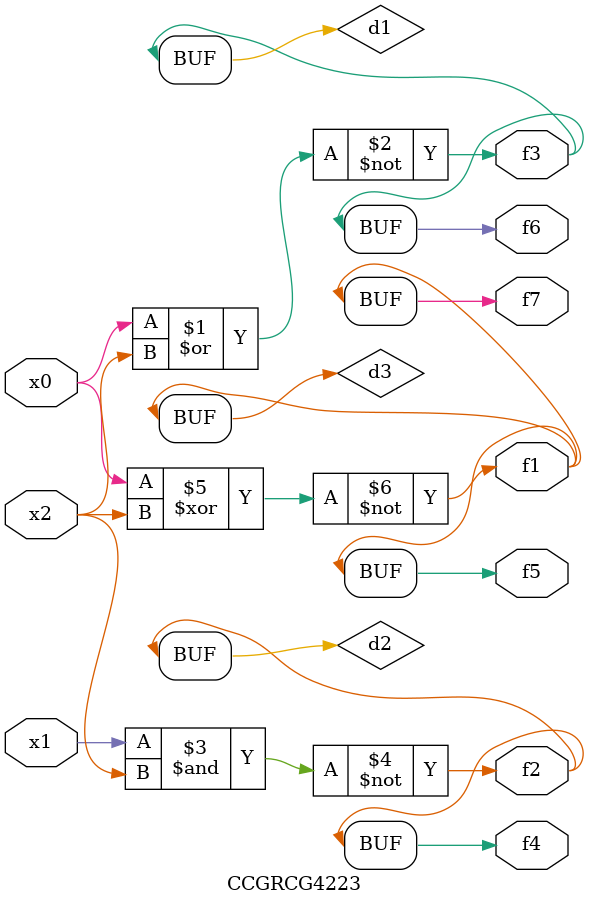
<source format=v>
module CCGRCG4223(
	input x0, x1, x2,
	output f1, f2, f3, f4, f5, f6, f7
);

	wire d1, d2, d3;

	nor (d1, x0, x2);
	nand (d2, x1, x2);
	xnor (d3, x0, x2);
	assign f1 = d3;
	assign f2 = d2;
	assign f3 = d1;
	assign f4 = d2;
	assign f5 = d3;
	assign f6 = d1;
	assign f7 = d3;
endmodule

</source>
